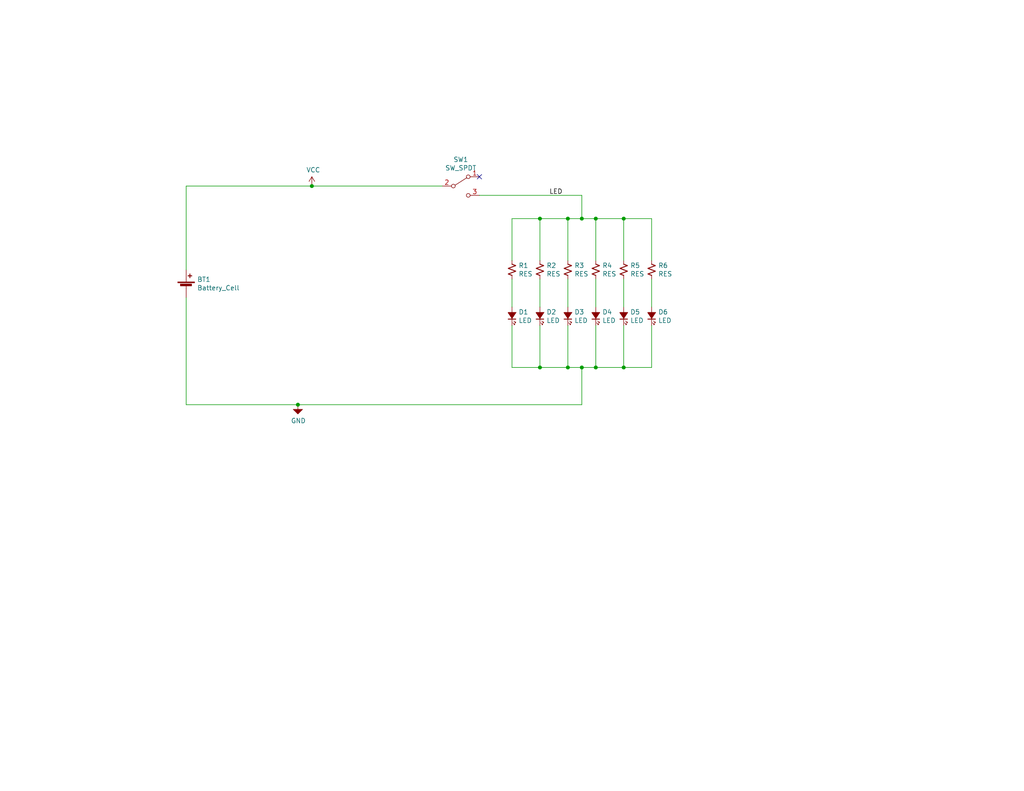
<source format=kicad_sch>
(kicad_sch (version 20211123) (generator eeschema)
  (paper "A")
  (title_block (title "Spooky Coffin") (date "2021-09-29") (rev "A") (comment 2 "SPC-0100") (comment 3 "R WRIGHT"))
  (lib_symbols
    (symbol "Alpenglow:GND" (power) (pin_numbers hide) (pin_names (offset 0) hide) (in_bom no)
      (symbol "GND_0_1"
        (polyline (pts (xy 0 0) (xy 0 -1.27) (xy 1.27 -1.27) (xy 0 -2.54) (xy -1.27 -1.27) (xy 0 -1.27)) (fill (type outline)))
      )
      (symbol "GND_1_1"
        (pin power_in line (at 0 0 270) (length 0) hide (name "GND") (number "1"))
      )
    )
    (symbol "Alpenglow:LED" (pin_numbers hide) (pin_names (offset 0.254) hide)
      (property "Reference" "D" (at -1.27 3.175 0))
      (property "Value" "LED" (at -4.445 -2.54 0))
      (symbol "LED_0_1"
        (polyline (pts (xy -0.762 -1.016) (xy -0.762 1.016)) (stroke (width 0.254)))
        (polyline (pts (xy 1.016 0) (xy -0.762 0)))
        (polyline (pts (xy 1.016 -1.016) (xy -0.508 0) (xy 1.016 1.016) (xy 1.016 -1.016)) (stroke (width 0.254)) (fill (type outline)))
        (polyline (pts (xy -1.778 -0.254) (xy -2.286 -0.762) (xy -2.286 -0.508) (xy -2.286 -0.762) (xy -2.032 -0.762)))
        (polyline (pts (xy -1.27 -0.508) (xy -1.778 -1.016) (xy -1.778 -0.762) (xy -1.778 -1.016) (xy -1.524 -1.016)))
      )
      (symbol "LED_1_1"
        (pin passive line (at -2.54 0 0) (length 1.778) (name "K") (number "1"))
        (pin passive line (at 2.54 0 180) (length 1.778) (name "A") (number "2"))
      )
    )
    (symbol "Alpenglow:RES" (pin_numbers hide) (pin_names (offset 0.254) hide)
      (property "Reference" "R" (at 1.27 1.016 0))
      (property "Value" "RES" (at 1.27 -1.016 0))
      (symbol "RES_1_1"
        (polyline (pts (xy 0 0) (xy 1.016 -0.381) (xy 0 -0.762) (xy -1.016 -1.143) (xy 0 -1.524)) (stroke (width 0.254)))
        (polyline (pts (xy 0 1.524) (xy 1.016 1.143) (xy 0 0.762) (xy -1.016 0.381) (xy 0 0)) (stroke (width 0.254)))
        (pin passive line (at 0 2.54 270) (length 1.016) (name "~") (number "1"))
        (pin passive line (at 0 -2.54 90) (length 1.016) (name "~") (number "2"))
      )
    )
    (symbol "Alpenglow:SW_SPDT" (pin_names (offset 0) hide)
      (property "Reference" "SW" (at 0 4.318 0))
      (property "Value" "Alpenglow_SW_SPDT" (at 0 -5.08 0))
      (symbol "SW_SPDT_0_0"
        (circle (center -2.032 0) (radius 0.508))
        (circle (center 2.032 -2.54) (radius 0.508))
      )
      (symbol "SW_SPDT_0_1"
        (polyline (pts (xy -1.524 0.254) (xy 1.651 2.286)))
        (circle (center 2.032 2.54) (radius 0.508))
      )
      (symbol "SW_SPDT_1_1"
        (pin passive line (at 5.08 2.54 180) (length 2.54) (name "A") (number "1"))
        (pin passive line (at -5.08 0 0) (length 2.54) (name "B") (number "2"))
        (pin passive line (at 5.08 -2.54 180) (length 2.54) (name "C") (number "3"))
      )
    )
    (symbol "Device:Battery_Cell" (pin_numbers hide) (pin_names (offset 0) hide)
      (property "Reference" "BT" (at 2.54 2.54 0))
      (property "Value" "Battery_Cell" (at 2.54 0 0))
      (symbol "Battery_Cell_0_1"
        (rectangle (start -2.286 1.778) (end 2.286 1.524) (fill (type outline)))
        (rectangle (start -1.5748 1.1938) (end 1.4732 0.6858) (fill (type outline)))
        (polyline (pts (xy 0 0.762) (xy 0 0)))
        (polyline (pts (xy 0 1.778) (xy 0 2.54)))
        (polyline (pts (xy 0.508 3.429) (xy 1.524 3.429)) (stroke (width 0.254)))
        (polyline (pts (xy 1.016 3.937) (xy 1.016 2.921)) (stroke (width 0.254)))
      )
      (symbol "Battery_Cell_1_1"
        (pin passive line (at 0 5.08 270) (length 2.54) (name "+") (number "1"))
        (pin passive line (at 0 -2.54 90) (length 2.54) (name "-") (number "2"))
      )
    )
    (symbol "power:VCC" (power) (pin_names (offset 0))
      (property "Value" "VCC" (at 0 3.81 0))
      (symbol "VCC_0_1"
        (polyline (pts (xy -0.762 1.27) (xy 0 2.54)))
        (polyline (pts (xy 0 0) (xy 0 2.54)))
        (polyline (pts (xy 0 2.54) (xy 0.762 1.27)))
      )
      (symbol "VCC_1_1"
        (pin power_in line (at 0 0 90) (length 0) hide (name "VCC") (number "1"))
      )
    )
  )
  (junction (at 81.28 110.49))
  (junction (at 147.32 100.33))
  (junction (at 162.56 59.69))
  (junction (at 154.94 59.69))
  (junction (at 162.56 100.33))
  (junction (at 170.18 100.33))
  (junction (at 147.32 59.69))
  (junction (at 158.75 100.33))
  (junction (at 85.09 50.8))
  (junction (at 158.75 59.69))
  (junction (at 154.94 100.33))
  (junction (at 170.18 59.69))
  (no_connect (at 130.81 48.26))
  (wire (pts (xy 170.18 100.33) (xy 162.56 100.33)))
  (wire (pts (xy 162.56 88.9) (xy 162.56 100.33)))
  (wire (pts (xy 158.75 59.69) (xy 154.94 59.69)))
  (wire (pts (xy 50.8 110.49) (xy 81.28 110.49)))
  (wire (pts (xy 162.56 59.69) (xy 170.18 59.69)))
  (wire (pts (xy 170.18 59.69) (xy 177.8 59.69)))
  (wire (pts (xy 147.32 59.69) (xy 139.7 59.69)))
  (wire (pts (xy 139.7 100.33) (xy 147.32 100.33)))
  (wire (pts (xy 154.94 88.9) (xy 154.94 100.33)))
  (wire (pts (xy 177.8 71.12) (xy 177.8 59.69)))
  (wire (pts (xy 158.75 59.69) (xy 162.56 59.69)))
  (wire (pts (xy 158.75 100.33) (xy 158.75 110.49)))
  (wire (pts (xy 170.18 100.33) (xy 177.8 100.33)))
  (wire (pts (xy 162.56 100.33) (xy 158.75 100.33)))
  (wire (pts (xy 158.75 53.34) (xy 158.75 59.69)))
  (wire (pts (xy 158.75 110.49) (xy 81.28 110.49)))
  (wire (pts (xy 147.32 83.82) (xy 147.32 76.2)))
  (wire (pts (xy 170.18 71.12) (xy 170.18 59.69)))
  (wire (pts (xy 50.8 50.8) (xy 85.09 50.8)))
  (wire (pts (xy 139.7 83.82) (xy 139.7 76.2)))
  (wire (pts (xy 154.94 59.69) (xy 147.32 59.69)))
  (wire (pts (xy 177.8 100.33) (xy 177.8 88.9)))
  (wire (pts (xy 177.8 83.82) (xy 177.8 76.2)))
  (wire (pts (xy 158.75 100.33) (xy 154.94 100.33)))
  (wire (pts (xy 139.7 71.12) (xy 139.7 59.69)))
  (wire (pts (xy 170.18 88.9) (xy 170.18 100.33)))
  (wire (pts (xy 85.09 50.8) (xy 120.65 50.8)))
  (wire (pts (xy 130.81 53.34) (xy 158.75 53.34)))
  (wire (pts (xy 50.8 81.28) (xy 50.8 110.49)))
  (wire (pts (xy 147.32 88.9) (xy 147.32 100.33)))
  (wire (pts (xy 170.18 83.82) (xy 170.18 76.2)))
  (wire (pts (xy 162.56 83.82) (xy 162.56 76.2)))
  (wire (pts (xy 154.94 71.12) (xy 154.94 59.69)))
  (wire (pts (xy 147.32 71.12) (xy 147.32 59.69)))
  (wire (pts (xy 50.8 50.8) (xy 50.8 73.66)))
  (wire (pts (xy 162.56 71.12) (xy 162.56 59.69)))
  (wire (pts (xy 147.32 100.33) (xy 154.94 100.33)))
  (wire (pts (xy 139.7 88.9) (xy 139.7 100.33)))
  (wire (pts (xy 154.94 83.82) (xy 154.94 76.2)))
  (label "LED" (at 149.86 53.34 0))
  (symbol (lib_id "Device:Battery_Cell") (at 50.8 78.74 0) (unit 1)
    (property "Reference" "BT1" (at 53.7972 76.3016 0) (effects (justify left)))
    (property "Value" "Battery_Cell" (at 53.7972 78.613 0) (effects (justify left)))
    (property "Footprint" "BlinkyBadge:BatteryHolder_MPD_BK888_2032_THRU" (effects hide))
  )
  (symbol (lib_id "Alpenglow:GND") (at 81.28 110.49 0) (unit 1)
    (property "Reference" "#PWR02" (effects hide))
    (property "Value" "GND" (at 81.407 114.8842 0))
  )
  (symbol (lib_id "power:VCC") (at 85.09 50.8 0) (unit 1)
    (property "Reference" "#PWR01" (effects hide))
    (property "Value" "VCC" (at 85.471 46.4058 0))
  )
  (symbol (lib_id "Alpenglow:SW_SPDT") (at 125.73 50.8 0) (unit 1)
    (property "Reference" "SW1" (at 125.73 43.561 0))
    (property "Value" "SW_SPDT" (at 125.73 45.8724 0))
    (property "Footprint" "Alpenglow:SW_SPDT_SLIDE_THRU_RTA" (effects hide))
  )
  (symbol (lib_id "Alpenglow:LED") (at 154.94 86.36 90) (unit 1)
    (property "Reference" "D3" (at 156.718 85.1916 90) (effects (justify right)))
    (property "Value" "LED" (at 156.718 87.503 90) (effects (justify right)))
    (property "Footprint" "Alpenglow:LED_D3.0mm" (effects hide))
  )
  (symbol (lib_id "Alpenglow:LED") (at 162.56 86.36 90) (unit 1)
    (property "Reference" "D4" (at 164.338 85.1916 90) (effects (justify right)))
    (property "Value" "LED" (at 164.338 87.503 90) (effects (justify right)))
    (property "Footprint" "Alpenglow:LED_D3.0mm" (effects hide))
  )
  (symbol (lib_id "Alpenglow:LED") (at 170.18 86.36 90) (unit 1)
    (property "Reference" "D5" (at 171.958 85.1916 90) (effects (justify right)))
    (property "Value" "LED" (at 171.958 87.503 90) (effects (justify right)))
    (property "Footprint" "Alpenglow:LED_D3.0mm" (effects hide))
  )
  (symbol (lib_id "Alpenglow:LED") (at 147.32 86.36 90) (unit 1)
    (property "Reference" "D2" (at 149.098 85.1916 90) (effects (justify right)))
    (property "Value" "LED" (at 149.098 87.503 90) (effects (justify right)))
    (property "Footprint" "Alpenglow:LED_D3.0mm" (effects hide))
  )
  (symbol (lib_id "Alpenglow:LED") (at 139.7 86.36 90) (unit 1)
    (property "Reference" "D1" (at 141.478 85.1916 90) (effects (justify right)))
    (property "Value" "LED" (at 141.478 87.503 90) (effects (justify right)))
    (property "Footprint" "Alpenglow:LED_D3.0mm" (effects hide))
  )
  (symbol (lib_id "Alpenglow:LED") (at 177.8 86.36 90) (unit 1)
    (property "Reference" "D6" (at 179.578 85.1916 90) (effects (justify right)))
    (property "Value" "LED" (at 179.578 87.503 90) (effects (justify right)))
    (property "Footprint" "Alpenglow:LED_D3.0mm" (effects hide))
  )
  (symbol (lib_id "Alpenglow:RES") (at 139.7 73.66 0) (unit 1)
    (property "Reference" "R1" (at 141.478 72.4916 0) (effects (justify left)))
    (property "Value" "RES" (at 141.478 74.803 0) (effects (justify left)))
    (property "Footprint" "Resistor_THT:R_Axial_DIN0207_L6.3mm_D2.5mm_P10.16mm_Horizontal" (effects hide))
  )
  (symbol (lib_id "Alpenglow:RES") (at 147.32 73.66 0) (unit 1)
    (property "Reference" "R2" (at 149.098 72.4916 0) (effects (justify left)))
    (property "Value" "RES" (at 149.098 74.803 0) (effects (justify left)))
    (property "Footprint" "Resistor_THT:R_Axial_DIN0207_L6.3mm_D2.5mm_P10.16mm_Horizontal" (effects hide))
  )
  (symbol (lib_id "Alpenglow:RES") (at 154.94 73.66 0) (unit 1)
    (property "Reference" "R3" (at 156.718 72.4916 0) (effects (justify left)))
    (property "Value" "RES" (at 156.718 74.803 0) (effects (justify left)))
    (property "Footprint" "Resistor_THT:R_Axial_DIN0207_L6.3mm_D2.5mm_P10.16mm_Horizontal" (effects hide))
  )
  (symbol (lib_id "Alpenglow:RES") (at 162.56 73.66 0) (unit 1)
    (property "Reference" "R4" (at 164.338 72.4916 0) (effects (justify left)))
    (property "Value" "RES" (at 164.338 74.803 0) (effects (justify left)))
    (property "Footprint" "Resistor_THT:R_Axial_DIN0207_L6.3mm_D2.5mm_P10.16mm_Horizontal" (effects hide))
  )
  (symbol (lib_id "Alpenglow:RES") (at 170.18 73.66 0) (unit 1)
    (property "Reference" "R5" (at 171.958 72.4916 0) (effects (justify left)))
    (property "Value" "RES" (at 171.958 74.803 0) (effects (justify left)))
    (property "Footprint" "Resistor_THT:R_Axial_DIN0207_L6.3mm_D2.5mm_P10.16mm_Horizontal" (effects hide))
  )
  (symbol (lib_id "Alpenglow:RES") (at 177.8 73.66 0) (unit 1)
    (property "Reference" "R6" (at 179.578 72.4916 0) (effects (justify left)))
    (property "Value" "RES" (at 179.578 74.803 0) (effects (justify left)))
    (property "Footprint" "Resistor_THT:R_Axial_DIN0207_L6.3mm_D2.5mm_P10.16mm_Horizontal" (effects hide))
  )
)
</source>
